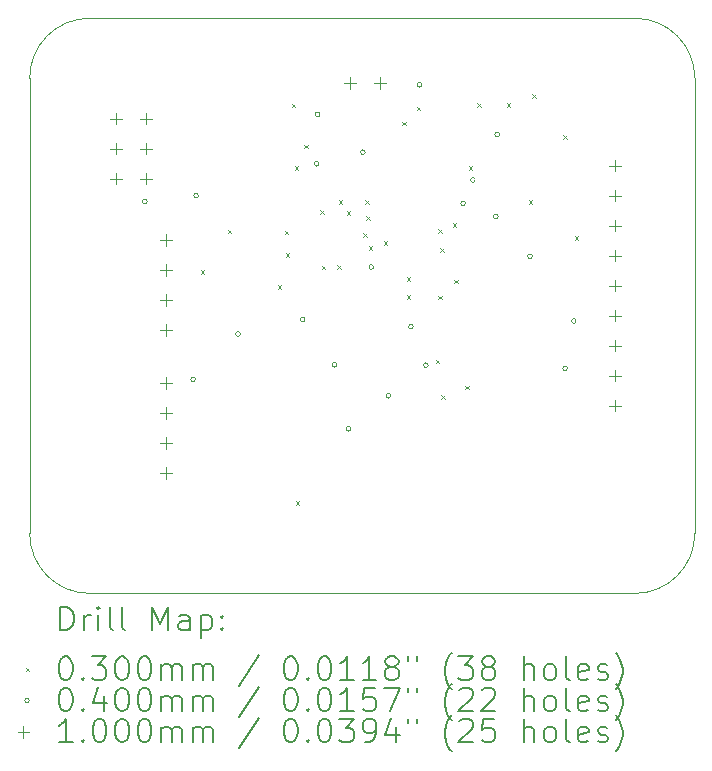
<source format=gbr>
%TF.GenerationSoftware,KiCad,Pcbnew,9.0.1*%
%TF.CreationDate,2025-11-16T15:10:09+03:00*%
%TF.ProjectId,MCU Datalogger wirh 512KB EEPROM,4d435520-4461-4746-916c-6f6767657220,1*%
%TF.SameCoordinates,Original*%
%TF.FileFunction,Drillmap*%
%TF.FilePolarity,Positive*%
%FSLAX45Y45*%
G04 Gerber Fmt 4.5, Leading zero omitted, Abs format (unit mm)*
G04 Created by KiCad (PCBNEW 9.0.1) date 2025-11-16 15:10:09*
%MOMM*%
%LPD*%
G01*
G04 APERTURE LIST*
%ADD10C,0.050000*%
%ADD11C,0.200000*%
%ADD12C,0.100000*%
G04 APERTURE END LIST*
D10*
X11281210Y-12340790D02*
G75*
G02*
X10773210Y-11832790I0J508000D01*
G01*
X11281210Y-12340790D02*
X15896790Y-12340790D01*
X10773210Y-7979210D02*
X10773210Y-11832790D01*
X15896790Y-7471210D02*
X11281210Y-7471210D01*
X16404790Y-11832790D02*
X16404790Y-7979210D01*
X10773210Y-7979210D02*
G75*
G02*
X11281210Y-7471210I508000J0D01*
G01*
X15896790Y-7471210D02*
G75*
G02*
X16404790Y-7979210I0J-508000D01*
G01*
X16404790Y-11832790D02*
G75*
G02*
X15896790Y-12340790I-508000J0D01*
G01*
D11*
D12*
X12223070Y-9606010D02*
X12253070Y-9636010D01*
X12253070Y-9606010D02*
X12223070Y-9636010D01*
X12451670Y-9259960D02*
X12481670Y-9289960D01*
X12481670Y-9259960D02*
X12451670Y-9289960D01*
X12871850Y-9731210D02*
X12901850Y-9761210D01*
X12901850Y-9731210D02*
X12871850Y-9761210D01*
X12934350Y-9269110D02*
X12964350Y-9299110D01*
X12964350Y-9269110D02*
X12934350Y-9299110D01*
X12939350Y-9458710D02*
X12969350Y-9488710D01*
X12969350Y-9458710D02*
X12939350Y-9488710D01*
X12990150Y-8193770D02*
X13020150Y-8223770D01*
X13020150Y-8193770D02*
X12990150Y-8223770D01*
X13018090Y-8724630D02*
X13048090Y-8754630D01*
X13048090Y-8724630D02*
X13018090Y-8754630D01*
X13024350Y-11558710D02*
X13054350Y-11588710D01*
X13054350Y-11558710D02*
X13024350Y-11588710D01*
X13096850Y-8541210D02*
X13126850Y-8571210D01*
X13126850Y-8541210D02*
X13096850Y-8571210D01*
X13233990Y-9095470D02*
X13263990Y-9125470D01*
X13263990Y-9095470D02*
X13233990Y-9125470D01*
X13246690Y-9565370D02*
X13276690Y-9595370D01*
X13276690Y-9565370D02*
X13246690Y-9595370D01*
X13379150Y-9561210D02*
X13409150Y-9591210D01*
X13409150Y-9561210D02*
X13379150Y-9591210D01*
X13391470Y-9011650D02*
X13421470Y-9041650D01*
X13421470Y-9011650D02*
X13391470Y-9041650D01*
X13459350Y-9103710D02*
X13489350Y-9133710D01*
X13489350Y-9103710D02*
X13459350Y-9133710D01*
X13596850Y-9291210D02*
X13626850Y-9321210D01*
X13626850Y-9291210D02*
X13596850Y-9321210D01*
X13612450Y-9014190D02*
X13642450Y-9044190D01*
X13642450Y-9014190D02*
X13612450Y-9044190D01*
X13621850Y-9146210D02*
X13651850Y-9176210D01*
X13651850Y-9146210D02*
X13621850Y-9176210D01*
X13644350Y-9401210D02*
X13674350Y-9431210D01*
X13674350Y-9401210D02*
X13644350Y-9431210D01*
X13771850Y-9361210D02*
X13801850Y-9391210D01*
X13801850Y-9361210D02*
X13771850Y-9391210D01*
X13929350Y-8346210D02*
X13959350Y-8376210D01*
X13959350Y-8346210D02*
X13929350Y-8376210D01*
X13964350Y-9666210D02*
X13994350Y-9696210D01*
X13994350Y-9666210D02*
X13964350Y-9696210D01*
X13966850Y-9816210D02*
X13996850Y-9846210D01*
X13996850Y-9816210D02*
X13966850Y-9846210D01*
X14051850Y-8221210D02*
X14081850Y-8251210D01*
X14081850Y-8221210D02*
X14051850Y-8251210D01*
X14211850Y-10361210D02*
X14241850Y-10391210D01*
X14241850Y-10361210D02*
X14211850Y-10391210D01*
X14231850Y-9258710D02*
X14261850Y-9288710D01*
X14261850Y-9258710D02*
X14231850Y-9288710D01*
X14231997Y-9821210D02*
X14261997Y-9851210D01*
X14261997Y-9821210D02*
X14231997Y-9851210D01*
X14249350Y-9416210D02*
X14279350Y-9446210D01*
X14279350Y-9416210D02*
X14249350Y-9446210D01*
X14256850Y-10665210D02*
X14286850Y-10695210D01*
X14286850Y-10665210D02*
X14256850Y-10695210D01*
X14354350Y-9206210D02*
X14384350Y-9236210D01*
X14384350Y-9206210D02*
X14354350Y-9236210D01*
X14369350Y-9686843D02*
X14399350Y-9716843D01*
X14399350Y-9686843D02*
X14369350Y-9716843D01*
X14459350Y-10583710D02*
X14489350Y-10613710D01*
X14489350Y-10583710D02*
X14459350Y-10613710D01*
X14491850Y-8723710D02*
X14521850Y-8753710D01*
X14521850Y-8723710D02*
X14491850Y-8753710D01*
X14564350Y-8188710D02*
X14594350Y-8218710D01*
X14594350Y-8188710D02*
X14564350Y-8218710D01*
X14811850Y-8191210D02*
X14841850Y-8221210D01*
X14841850Y-8191210D02*
X14811850Y-8221210D01*
X14999290Y-9014190D02*
X15029290Y-9044190D01*
X15029290Y-9014190D02*
X14999290Y-9044190D01*
X15029770Y-8112490D02*
X15059770Y-8142490D01*
X15059770Y-8112490D02*
X15029770Y-8142490D01*
X15291390Y-8460470D02*
X15321390Y-8490470D01*
X15321390Y-8460470D02*
X15291390Y-8490470D01*
X15386850Y-9318710D02*
X15416850Y-9348710D01*
X15416850Y-9318710D02*
X15386850Y-9348710D01*
X11767850Y-9021210D02*
G75*
G02*
X11727850Y-9021210I-20000J0D01*
G01*
X11727850Y-9021210D02*
G75*
G02*
X11767850Y-9021210I20000J0D01*
G01*
X12176790Y-10527790D02*
G75*
G02*
X12136790Y-10527790I-20000J0D01*
G01*
X12136790Y-10527790D02*
G75*
G02*
X12176790Y-10527790I20000J0D01*
G01*
X12202190Y-8973310D02*
G75*
G02*
X12162190Y-8973310I-20000J0D01*
G01*
X12162190Y-8973310D02*
G75*
G02*
X12202190Y-8973310I20000J0D01*
G01*
X12557790Y-10144250D02*
G75*
G02*
X12517790Y-10144250I-20000J0D01*
G01*
X12517790Y-10144250D02*
G75*
G02*
X12557790Y-10144250I20000J0D01*
G01*
X13103890Y-10022330D02*
G75*
G02*
X13063890Y-10022330I-20000J0D01*
G01*
X13063890Y-10022330D02*
G75*
G02*
X13103890Y-10022330I20000J0D01*
G01*
X13223270Y-8704070D02*
G75*
G02*
X13183270Y-8704070I-20000J0D01*
G01*
X13183270Y-8704070D02*
G75*
G02*
X13223270Y-8704070I20000J0D01*
G01*
X13230890Y-8284970D02*
G75*
G02*
X13190890Y-8284970I-20000J0D01*
G01*
X13190890Y-8284970D02*
G75*
G02*
X13230890Y-8284970I20000J0D01*
G01*
X13374350Y-10405870D02*
G75*
G02*
X13334350Y-10405870I-20000J0D01*
G01*
X13334350Y-10405870D02*
G75*
G02*
X13374350Y-10405870I20000J0D01*
G01*
X13492510Y-10946210D02*
G75*
G02*
X13452510Y-10946210I-20000J0D01*
G01*
X13452510Y-10946210D02*
G75*
G02*
X13492510Y-10946210I20000J0D01*
G01*
X13614430Y-8605010D02*
G75*
G02*
X13574430Y-8605010I-20000J0D01*
G01*
X13574430Y-8605010D02*
G75*
G02*
X13614430Y-8605010I20000J0D01*
G01*
X13685550Y-9577830D02*
G75*
G02*
X13645550Y-9577830I-20000J0D01*
G01*
X13645550Y-9577830D02*
G75*
G02*
X13685550Y-9577830I20000J0D01*
G01*
X13829350Y-10668710D02*
G75*
G02*
X13789350Y-10668710I-20000J0D01*
G01*
X13789350Y-10668710D02*
G75*
G02*
X13829350Y-10668710I20000J0D01*
G01*
X14020830Y-10083290D02*
G75*
G02*
X13980830Y-10083290I-20000J0D01*
G01*
X13980830Y-10083290D02*
G75*
G02*
X14020830Y-10083290I20000J0D01*
G01*
X14094490Y-8036050D02*
G75*
G02*
X14054490Y-8036050I-20000J0D01*
G01*
X14054490Y-8036050D02*
G75*
G02*
X14094490Y-8036050I20000J0D01*
G01*
X14147830Y-10408410D02*
G75*
G02*
X14107830Y-10408410I-20000J0D01*
G01*
X14107830Y-10408410D02*
G75*
G02*
X14147830Y-10408410I20000J0D01*
G01*
X14462790Y-9039350D02*
G75*
G02*
X14422790Y-9039350I-20000J0D01*
G01*
X14422790Y-9039350D02*
G75*
G02*
X14462790Y-9039350I20000J0D01*
G01*
X14545340Y-8839960D02*
G75*
G02*
X14505340Y-8839960I-20000J0D01*
G01*
X14505340Y-8839960D02*
G75*
G02*
X14545340Y-8839960I20000J0D01*
G01*
X14739650Y-9151210D02*
G75*
G02*
X14699650Y-9151210I-20000J0D01*
G01*
X14699650Y-9151210D02*
G75*
G02*
X14739650Y-9151210I20000J0D01*
G01*
X14752072Y-8455428D02*
G75*
G02*
X14712072Y-8455428I-20000J0D01*
G01*
X14712072Y-8455428D02*
G75*
G02*
X14752072Y-8455428I20000J0D01*
G01*
X15029210Y-9486390D02*
G75*
G02*
X14989210Y-9486390I-20000J0D01*
G01*
X14989210Y-9486390D02*
G75*
G02*
X15029210Y-9486390I20000J0D01*
G01*
X15326390Y-10436350D02*
G75*
G02*
X15286390Y-10436350I-20000J0D01*
G01*
X15286390Y-10436350D02*
G75*
G02*
X15326390Y-10436350I20000J0D01*
G01*
X15400050Y-10035030D02*
G75*
G02*
X15360050Y-10035030I-20000J0D01*
G01*
X15360050Y-10035030D02*
G75*
G02*
X15400050Y-10035030I20000J0D01*
G01*
X11505350Y-8270710D02*
X11505350Y-8370710D01*
X11455350Y-8320710D02*
X11555350Y-8320710D01*
X11505350Y-8524710D02*
X11505350Y-8624710D01*
X11455350Y-8574710D02*
X11555350Y-8574710D01*
X11505350Y-8778710D02*
X11505350Y-8878710D01*
X11455350Y-8828710D02*
X11555350Y-8828710D01*
X11759350Y-8270710D02*
X11759350Y-8370710D01*
X11709350Y-8320710D02*
X11809350Y-8320710D01*
X11759350Y-8524710D02*
X11759350Y-8624710D01*
X11709350Y-8574710D02*
X11809350Y-8574710D01*
X11759350Y-8778710D02*
X11759350Y-8878710D01*
X11709350Y-8828710D02*
X11809350Y-8828710D01*
X11929350Y-9299210D02*
X11929350Y-9399210D01*
X11879350Y-9349210D02*
X11979350Y-9349210D01*
X11929350Y-9553210D02*
X11929350Y-9653210D01*
X11879350Y-9603210D02*
X11979350Y-9603210D01*
X11929350Y-9807210D02*
X11929350Y-9907210D01*
X11879350Y-9857210D02*
X11979350Y-9857210D01*
X11929350Y-10061210D02*
X11929350Y-10161210D01*
X11879350Y-10111210D02*
X11979350Y-10111210D01*
X11929350Y-10512710D02*
X11929350Y-10612710D01*
X11879350Y-10562710D02*
X11979350Y-10562710D01*
X11929350Y-10766710D02*
X11929350Y-10866710D01*
X11879350Y-10816710D02*
X11979350Y-10816710D01*
X11929350Y-11020710D02*
X11929350Y-11120710D01*
X11879350Y-11070710D02*
X11979350Y-11070710D01*
X11929350Y-11274710D02*
X11929350Y-11374710D01*
X11879350Y-11324710D02*
X11979350Y-11324710D01*
X13482850Y-7966210D02*
X13482850Y-8066210D01*
X13432850Y-8016210D02*
X13532850Y-8016210D01*
X13736850Y-7966210D02*
X13736850Y-8066210D01*
X13686850Y-8016210D02*
X13786850Y-8016210D01*
X15726850Y-8668210D02*
X15726850Y-8768210D01*
X15676850Y-8718210D02*
X15776850Y-8718210D01*
X15726850Y-8922210D02*
X15726850Y-9022210D01*
X15676850Y-8972210D02*
X15776850Y-8972210D01*
X15726850Y-9176210D02*
X15726850Y-9276210D01*
X15676850Y-9226210D02*
X15776850Y-9226210D01*
X15726850Y-9430210D02*
X15726850Y-9530210D01*
X15676850Y-9480210D02*
X15776850Y-9480210D01*
X15726850Y-9684210D02*
X15726850Y-9784210D01*
X15676850Y-9734210D02*
X15776850Y-9734210D01*
X15726850Y-9938210D02*
X15726850Y-10038210D01*
X15676850Y-9988210D02*
X15776850Y-9988210D01*
X15726850Y-10192210D02*
X15726850Y-10292210D01*
X15676850Y-10242210D02*
X15776850Y-10242210D01*
X15726850Y-10446210D02*
X15726850Y-10546210D01*
X15676850Y-10496210D02*
X15776850Y-10496210D01*
X15726850Y-10700210D02*
X15726850Y-10800210D01*
X15676850Y-10750210D02*
X15776850Y-10750210D01*
D11*
X11031487Y-12654774D02*
X11031487Y-12454774D01*
X11031487Y-12454774D02*
X11079106Y-12454774D01*
X11079106Y-12454774D02*
X11107678Y-12464297D01*
X11107678Y-12464297D02*
X11126725Y-12483345D01*
X11126725Y-12483345D02*
X11136249Y-12502393D01*
X11136249Y-12502393D02*
X11145773Y-12540488D01*
X11145773Y-12540488D02*
X11145773Y-12569059D01*
X11145773Y-12569059D02*
X11136249Y-12607154D01*
X11136249Y-12607154D02*
X11126725Y-12626202D01*
X11126725Y-12626202D02*
X11107678Y-12645250D01*
X11107678Y-12645250D02*
X11079106Y-12654774D01*
X11079106Y-12654774D02*
X11031487Y-12654774D01*
X11231487Y-12654774D02*
X11231487Y-12521440D01*
X11231487Y-12559535D02*
X11241011Y-12540488D01*
X11241011Y-12540488D02*
X11250535Y-12530964D01*
X11250535Y-12530964D02*
X11269582Y-12521440D01*
X11269582Y-12521440D02*
X11288630Y-12521440D01*
X11355296Y-12654774D02*
X11355296Y-12521440D01*
X11355296Y-12454774D02*
X11345773Y-12464297D01*
X11345773Y-12464297D02*
X11355296Y-12473821D01*
X11355296Y-12473821D02*
X11364820Y-12464297D01*
X11364820Y-12464297D02*
X11355296Y-12454774D01*
X11355296Y-12454774D02*
X11355296Y-12473821D01*
X11479106Y-12654774D02*
X11460058Y-12645250D01*
X11460058Y-12645250D02*
X11450535Y-12626202D01*
X11450535Y-12626202D02*
X11450535Y-12454774D01*
X11583868Y-12654774D02*
X11564820Y-12645250D01*
X11564820Y-12645250D02*
X11555296Y-12626202D01*
X11555296Y-12626202D02*
X11555296Y-12454774D01*
X11812439Y-12654774D02*
X11812439Y-12454774D01*
X11812439Y-12454774D02*
X11879106Y-12597631D01*
X11879106Y-12597631D02*
X11945773Y-12454774D01*
X11945773Y-12454774D02*
X11945773Y-12654774D01*
X12126725Y-12654774D02*
X12126725Y-12550012D01*
X12126725Y-12550012D02*
X12117201Y-12530964D01*
X12117201Y-12530964D02*
X12098154Y-12521440D01*
X12098154Y-12521440D02*
X12060058Y-12521440D01*
X12060058Y-12521440D02*
X12041011Y-12530964D01*
X12126725Y-12645250D02*
X12107677Y-12654774D01*
X12107677Y-12654774D02*
X12060058Y-12654774D01*
X12060058Y-12654774D02*
X12041011Y-12645250D01*
X12041011Y-12645250D02*
X12031487Y-12626202D01*
X12031487Y-12626202D02*
X12031487Y-12607154D01*
X12031487Y-12607154D02*
X12041011Y-12588107D01*
X12041011Y-12588107D02*
X12060058Y-12578583D01*
X12060058Y-12578583D02*
X12107677Y-12578583D01*
X12107677Y-12578583D02*
X12126725Y-12569059D01*
X12221963Y-12521440D02*
X12221963Y-12721440D01*
X12221963Y-12530964D02*
X12241011Y-12521440D01*
X12241011Y-12521440D02*
X12279106Y-12521440D01*
X12279106Y-12521440D02*
X12298154Y-12530964D01*
X12298154Y-12530964D02*
X12307677Y-12540488D01*
X12307677Y-12540488D02*
X12317201Y-12559535D01*
X12317201Y-12559535D02*
X12317201Y-12616678D01*
X12317201Y-12616678D02*
X12307677Y-12635726D01*
X12307677Y-12635726D02*
X12298154Y-12645250D01*
X12298154Y-12645250D02*
X12279106Y-12654774D01*
X12279106Y-12654774D02*
X12241011Y-12654774D01*
X12241011Y-12654774D02*
X12221963Y-12645250D01*
X12402916Y-12635726D02*
X12412439Y-12645250D01*
X12412439Y-12645250D02*
X12402916Y-12654774D01*
X12402916Y-12654774D02*
X12393392Y-12645250D01*
X12393392Y-12645250D02*
X12402916Y-12635726D01*
X12402916Y-12635726D02*
X12402916Y-12654774D01*
X12402916Y-12530964D02*
X12412439Y-12540488D01*
X12412439Y-12540488D02*
X12402916Y-12550012D01*
X12402916Y-12550012D02*
X12393392Y-12540488D01*
X12393392Y-12540488D02*
X12402916Y-12530964D01*
X12402916Y-12530964D02*
X12402916Y-12550012D01*
D12*
X10740710Y-12968290D02*
X10770710Y-12998290D01*
X10770710Y-12968290D02*
X10740710Y-12998290D01*
D11*
X11069582Y-12874774D02*
X11088630Y-12874774D01*
X11088630Y-12874774D02*
X11107678Y-12884297D01*
X11107678Y-12884297D02*
X11117201Y-12893821D01*
X11117201Y-12893821D02*
X11126725Y-12912869D01*
X11126725Y-12912869D02*
X11136249Y-12950964D01*
X11136249Y-12950964D02*
X11136249Y-12998583D01*
X11136249Y-12998583D02*
X11126725Y-13036678D01*
X11126725Y-13036678D02*
X11117201Y-13055726D01*
X11117201Y-13055726D02*
X11107678Y-13065250D01*
X11107678Y-13065250D02*
X11088630Y-13074774D01*
X11088630Y-13074774D02*
X11069582Y-13074774D01*
X11069582Y-13074774D02*
X11050535Y-13065250D01*
X11050535Y-13065250D02*
X11041011Y-13055726D01*
X11041011Y-13055726D02*
X11031487Y-13036678D01*
X11031487Y-13036678D02*
X11021963Y-12998583D01*
X11021963Y-12998583D02*
X11021963Y-12950964D01*
X11021963Y-12950964D02*
X11031487Y-12912869D01*
X11031487Y-12912869D02*
X11041011Y-12893821D01*
X11041011Y-12893821D02*
X11050535Y-12884297D01*
X11050535Y-12884297D02*
X11069582Y-12874774D01*
X11221963Y-13055726D02*
X11231487Y-13065250D01*
X11231487Y-13065250D02*
X11221963Y-13074774D01*
X11221963Y-13074774D02*
X11212439Y-13065250D01*
X11212439Y-13065250D02*
X11221963Y-13055726D01*
X11221963Y-13055726D02*
X11221963Y-13074774D01*
X11298154Y-12874774D02*
X11421963Y-12874774D01*
X11421963Y-12874774D02*
X11355296Y-12950964D01*
X11355296Y-12950964D02*
X11383868Y-12950964D01*
X11383868Y-12950964D02*
X11402916Y-12960488D01*
X11402916Y-12960488D02*
X11412439Y-12970012D01*
X11412439Y-12970012D02*
X11421963Y-12989059D01*
X11421963Y-12989059D02*
X11421963Y-13036678D01*
X11421963Y-13036678D02*
X11412439Y-13055726D01*
X11412439Y-13055726D02*
X11402916Y-13065250D01*
X11402916Y-13065250D02*
X11383868Y-13074774D01*
X11383868Y-13074774D02*
X11326725Y-13074774D01*
X11326725Y-13074774D02*
X11307677Y-13065250D01*
X11307677Y-13065250D02*
X11298154Y-13055726D01*
X11545773Y-12874774D02*
X11564820Y-12874774D01*
X11564820Y-12874774D02*
X11583868Y-12884297D01*
X11583868Y-12884297D02*
X11593392Y-12893821D01*
X11593392Y-12893821D02*
X11602916Y-12912869D01*
X11602916Y-12912869D02*
X11612439Y-12950964D01*
X11612439Y-12950964D02*
X11612439Y-12998583D01*
X11612439Y-12998583D02*
X11602916Y-13036678D01*
X11602916Y-13036678D02*
X11593392Y-13055726D01*
X11593392Y-13055726D02*
X11583868Y-13065250D01*
X11583868Y-13065250D02*
X11564820Y-13074774D01*
X11564820Y-13074774D02*
X11545773Y-13074774D01*
X11545773Y-13074774D02*
X11526725Y-13065250D01*
X11526725Y-13065250D02*
X11517201Y-13055726D01*
X11517201Y-13055726D02*
X11507677Y-13036678D01*
X11507677Y-13036678D02*
X11498154Y-12998583D01*
X11498154Y-12998583D02*
X11498154Y-12950964D01*
X11498154Y-12950964D02*
X11507677Y-12912869D01*
X11507677Y-12912869D02*
X11517201Y-12893821D01*
X11517201Y-12893821D02*
X11526725Y-12884297D01*
X11526725Y-12884297D02*
X11545773Y-12874774D01*
X11736249Y-12874774D02*
X11755297Y-12874774D01*
X11755297Y-12874774D02*
X11774344Y-12884297D01*
X11774344Y-12884297D02*
X11783868Y-12893821D01*
X11783868Y-12893821D02*
X11793392Y-12912869D01*
X11793392Y-12912869D02*
X11802916Y-12950964D01*
X11802916Y-12950964D02*
X11802916Y-12998583D01*
X11802916Y-12998583D02*
X11793392Y-13036678D01*
X11793392Y-13036678D02*
X11783868Y-13055726D01*
X11783868Y-13055726D02*
X11774344Y-13065250D01*
X11774344Y-13065250D02*
X11755297Y-13074774D01*
X11755297Y-13074774D02*
X11736249Y-13074774D01*
X11736249Y-13074774D02*
X11717201Y-13065250D01*
X11717201Y-13065250D02*
X11707677Y-13055726D01*
X11707677Y-13055726D02*
X11698154Y-13036678D01*
X11698154Y-13036678D02*
X11688630Y-12998583D01*
X11688630Y-12998583D02*
X11688630Y-12950964D01*
X11688630Y-12950964D02*
X11698154Y-12912869D01*
X11698154Y-12912869D02*
X11707677Y-12893821D01*
X11707677Y-12893821D02*
X11717201Y-12884297D01*
X11717201Y-12884297D02*
X11736249Y-12874774D01*
X11888630Y-13074774D02*
X11888630Y-12941440D01*
X11888630Y-12960488D02*
X11898154Y-12950964D01*
X11898154Y-12950964D02*
X11917201Y-12941440D01*
X11917201Y-12941440D02*
X11945773Y-12941440D01*
X11945773Y-12941440D02*
X11964820Y-12950964D01*
X11964820Y-12950964D02*
X11974344Y-12970012D01*
X11974344Y-12970012D02*
X11974344Y-13074774D01*
X11974344Y-12970012D02*
X11983868Y-12950964D01*
X11983868Y-12950964D02*
X12002916Y-12941440D01*
X12002916Y-12941440D02*
X12031487Y-12941440D01*
X12031487Y-12941440D02*
X12050535Y-12950964D01*
X12050535Y-12950964D02*
X12060058Y-12970012D01*
X12060058Y-12970012D02*
X12060058Y-13074774D01*
X12155297Y-13074774D02*
X12155297Y-12941440D01*
X12155297Y-12960488D02*
X12164820Y-12950964D01*
X12164820Y-12950964D02*
X12183868Y-12941440D01*
X12183868Y-12941440D02*
X12212439Y-12941440D01*
X12212439Y-12941440D02*
X12231487Y-12950964D01*
X12231487Y-12950964D02*
X12241011Y-12970012D01*
X12241011Y-12970012D02*
X12241011Y-13074774D01*
X12241011Y-12970012D02*
X12250535Y-12950964D01*
X12250535Y-12950964D02*
X12269582Y-12941440D01*
X12269582Y-12941440D02*
X12298154Y-12941440D01*
X12298154Y-12941440D02*
X12317201Y-12950964D01*
X12317201Y-12950964D02*
X12326725Y-12970012D01*
X12326725Y-12970012D02*
X12326725Y-13074774D01*
X12717201Y-12865250D02*
X12545773Y-13122393D01*
X12974344Y-12874774D02*
X12993392Y-12874774D01*
X12993392Y-12874774D02*
X13012440Y-12884297D01*
X13012440Y-12884297D02*
X13021963Y-12893821D01*
X13021963Y-12893821D02*
X13031487Y-12912869D01*
X13031487Y-12912869D02*
X13041011Y-12950964D01*
X13041011Y-12950964D02*
X13041011Y-12998583D01*
X13041011Y-12998583D02*
X13031487Y-13036678D01*
X13031487Y-13036678D02*
X13021963Y-13055726D01*
X13021963Y-13055726D02*
X13012440Y-13065250D01*
X13012440Y-13065250D02*
X12993392Y-13074774D01*
X12993392Y-13074774D02*
X12974344Y-13074774D01*
X12974344Y-13074774D02*
X12955297Y-13065250D01*
X12955297Y-13065250D02*
X12945773Y-13055726D01*
X12945773Y-13055726D02*
X12936249Y-13036678D01*
X12936249Y-13036678D02*
X12926725Y-12998583D01*
X12926725Y-12998583D02*
X12926725Y-12950964D01*
X12926725Y-12950964D02*
X12936249Y-12912869D01*
X12936249Y-12912869D02*
X12945773Y-12893821D01*
X12945773Y-12893821D02*
X12955297Y-12884297D01*
X12955297Y-12884297D02*
X12974344Y-12874774D01*
X13126725Y-13055726D02*
X13136249Y-13065250D01*
X13136249Y-13065250D02*
X13126725Y-13074774D01*
X13126725Y-13074774D02*
X13117201Y-13065250D01*
X13117201Y-13065250D02*
X13126725Y-13055726D01*
X13126725Y-13055726D02*
X13126725Y-13074774D01*
X13260059Y-12874774D02*
X13279106Y-12874774D01*
X13279106Y-12874774D02*
X13298154Y-12884297D01*
X13298154Y-12884297D02*
X13307678Y-12893821D01*
X13307678Y-12893821D02*
X13317201Y-12912869D01*
X13317201Y-12912869D02*
X13326725Y-12950964D01*
X13326725Y-12950964D02*
X13326725Y-12998583D01*
X13326725Y-12998583D02*
X13317201Y-13036678D01*
X13317201Y-13036678D02*
X13307678Y-13055726D01*
X13307678Y-13055726D02*
X13298154Y-13065250D01*
X13298154Y-13065250D02*
X13279106Y-13074774D01*
X13279106Y-13074774D02*
X13260059Y-13074774D01*
X13260059Y-13074774D02*
X13241011Y-13065250D01*
X13241011Y-13065250D02*
X13231487Y-13055726D01*
X13231487Y-13055726D02*
X13221963Y-13036678D01*
X13221963Y-13036678D02*
X13212440Y-12998583D01*
X13212440Y-12998583D02*
X13212440Y-12950964D01*
X13212440Y-12950964D02*
X13221963Y-12912869D01*
X13221963Y-12912869D02*
X13231487Y-12893821D01*
X13231487Y-12893821D02*
X13241011Y-12884297D01*
X13241011Y-12884297D02*
X13260059Y-12874774D01*
X13517201Y-13074774D02*
X13402916Y-13074774D01*
X13460059Y-13074774D02*
X13460059Y-12874774D01*
X13460059Y-12874774D02*
X13441011Y-12903345D01*
X13441011Y-12903345D02*
X13421963Y-12922393D01*
X13421963Y-12922393D02*
X13402916Y-12931916D01*
X13707678Y-13074774D02*
X13593392Y-13074774D01*
X13650535Y-13074774D02*
X13650535Y-12874774D01*
X13650535Y-12874774D02*
X13631487Y-12903345D01*
X13631487Y-12903345D02*
X13612440Y-12922393D01*
X13612440Y-12922393D02*
X13593392Y-12931916D01*
X13821963Y-12960488D02*
X13802916Y-12950964D01*
X13802916Y-12950964D02*
X13793392Y-12941440D01*
X13793392Y-12941440D02*
X13783868Y-12922393D01*
X13783868Y-12922393D02*
X13783868Y-12912869D01*
X13783868Y-12912869D02*
X13793392Y-12893821D01*
X13793392Y-12893821D02*
X13802916Y-12884297D01*
X13802916Y-12884297D02*
X13821963Y-12874774D01*
X13821963Y-12874774D02*
X13860059Y-12874774D01*
X13860059Y-12874774D02*
X13879106Y-12884297D01*
X13879106Y-12884297D02*
X13888630Y-12893821D01*
X13888630Y-12893821D02*
X13898154Y-12912869D01*
X13898154Y-12912869D02*
X13898154Y-12922393D01*
X13898154Y-12922393D02*
X13888630Y-12941440D01*
X13888630Y-12941440D02*
X13879106Y-12950964D01*
X13879106Y-12950964D02*
X13860059Y-12960488D01*
X13860059Y-12960488D02*
X13821963Y-12960488D01*
X13821963Y-12960488D02*
X13802916Y-12970012D01*
X13802916Y-12970012D02*
X13793392Y-12979535D01*
X13793392Y-12979535D02*
X13783868Y-12998583D01*
X13783868Y-12998583D02*
X13783868Y-13036678D01*
X13783868Y-13036678D02*
X13793392Y-13055726D01*
X13793392Y-13055726D02*
X13802916Y-13065250D01*
X13802916Y-13065250D02*
X13821963Y-13074774D01*
X13821963Y-13074774D02*
X13860059Y-13074774D01*
X13860059Y-13074774D02*
X13879106Y-13065250D01*
X13879106Y-13065250D02*
X13888630Y-13055726D01*
X13888630Y-13055726D02*
X13898154Y-13036678D01*
X13898154Y-13036678D02*
X13898154Y-12998583D01*
X13898154Y-12998583D02*
X13888630Y-12979535D01*
X13888630Y-12979535D02*
X13879106Y-12970012D01*
X13879106Y-12970012D02*
X13860059Y-12960488D01*
X13974344Y-12874774D02*
X13974344Y-12912869D01*
X14050535Y-12874774D02*
X14050535Y-12912869D01*
X14345773Y-13150964D02*
X14336249Y-13141440D01*
X14336249Y-13141440D02*
X14317202Y-13112869D01*
X14317202Y-13112869D02*
X14307678Y-13093821D01*
X14307678Y-13093821D02*
X14298154Y-13065250D01*
X14298154Y-13065250D02*
X14288630Y-13017631D01*
X14288630Y-13017631D02*
X14288630Y-12979535D01*
X14288630Y-12979535D02*
X14298154Y-12931916D01*
X14298154Y-12931916D02*
X14307678Y-12903345D01*
X14307678Y-12903345D02*
X14317202Y-12884297D01*
X14317202Y-12884297D02*
X14336249Y-12855726D01*
X14336249Y-12855726D02*
X14345773Y-12846202D01*
X14402916Y-12874774D02*
X14526725Y-12874774D01*
X14526725Y-12874774D02*
X14460059Y-12950964D01*
X14460059Y-12950964D02*
X14488630Y-12950964D01*
X14488630Y-12950964D02*
X14507678Y-12960488D01*
X14507678Y-12960488D02*
X14517202Y-12970012D01*
X14517202Y-12970012D02*
X14526725Y-12989059D01*
X14526725Y-12989059D02*
X14526725Y-13036678D01*
X14526725Y-13036678D02*
X14517202Y-13055726D01*
X14517202Y-13055726D02*
X14507678Y-13065250D01*
X14507678Y-13065250D02*
X14488630Y-13074774D01*
X14488630Y-13074774D02*
X14431487Y-13074774D01*
X14431487Y-13074774D02*
X14412440Y-13065250D01*
X14412440Y-13065250D02*
X14402916Y-13055726D01*
X14641011Y-12960488D02*
X14621963Y-12950964D01*
X14621963Y-12950964D02*
X14612440Y-12941440D01*
X14612440Y-12941440D02*
X14602916Y-12922393D01*
X14602916Y-12922393D02*
X14602916Y-12912869D01*
X14602916Y-12912869D02*
X14612440Y-12893821D01*
X14612440Y-12893821D02*
X14621963Y-12884297D01*
X14621963Y-12884297D02*
X14641011Y-12874774D01*
X14641011Y-12874774D02*
X14679106Y-12874774D01*
X14679106Y-12874774D02*
X14698154Y-12884297D01*
X14698154Y-12884297D02*
X14707678Y-12893821D01*
X14707678Y-12893821D02*
X14717202Y-12912869D01*
X14717202Y-12912869D02*
X14717202Y-12922393D01*
X14717202Y-12922393D02*
X14707678Y-12941440D01*
X14707678Y-12941440D02*
X14698154Y-12950964D01*
X14698154Y-12950964D02*
X14679106Y-12960488D01*
X14679106Y-12960488D02*
X14641011Y-12960488D01*
X14641011Y-12960488D02*
X14621963Y-12970012D01*
X14621963Y-12970012D02*
X14612440Y-12979535D01*
X14612440Y-12979535D02*
X14602916Y-12998583D01*
X14602916Y-12998583D02*
X14602916Y-13036678D01*
X14602916Y-13036678D02*
X14612440Y-13055726D01*
X14612440Y-13055726D02*
X14621963Y-13065250D01*
X14621963Y-13065250D02*
X14641011Y-13074774D01*
X14641011Y-13074774D02*
X14679106Y-13074774D01*
X14679106Y-13074774D02*
X14698154Y-13065250D01*
X14698154Y-13065250D02*
X14707678Y-13055726D01*
X14707678Y-13055726D02*
X14717202Y-13036678D01*
X14717202Y-13036678D02*
X14717202Y-12998583D01*
X14717202Y-12998583D02*
X14707678Y-12979535D01*
X14707678Y-12979535D02*
X14698154Y-12970012D01*
X14698154Y-12970012D02*
X14679106Y-12960488D01*
X14955297Y-13074774D02*
X14955297Y-12874774D01*
X15041011Y-13074774D02*
X15041011Y-12970012D01*
X15041011Y-12970012D02*
X15031487Y-12950964D01*
X15031487Y-12950964D02*
X15012440Y-12941440D01*
X15012440Y-12941440D02*
X14983868Y-12941440D01*
X14983868Y-12941440D02*
X14964821Y-12950964D01*
X14964821Y-12950964D02*
X14955297Y-12960488D01*
X15164821Y-13074774D02*
X15145773Y-13065250D01*
X15145773Y-13065250D02*
X15136249Y-13055726D01*
X15136249Y-13055726D02*
X15126725Y-13036678D01*
X15126725Y-13036678D02*
X15126725Y-12979535D01*
X15126725Y-12979535D02*
X15136249Y-12960488D01*
X15136249Y-12960488D02*
X15145773Y-12950964D01*
X15145773Y-12950964D02*
X15164821Y-12941440D01*
X15164821Y-12941440D02*
X15193392Y-12941440D01*
X15193392Y-12941440D02*
X15212440Y-12950964D01*
X15212440Y-12950964D02*
X15221964Y-12960488D01*
X15221964Y-12960488D02*
X15231487Y-12979535D01*
X15231487Y-12979535D02*
X15231487Y-13036678D01*
X15231487Y-13036678D02*
X15221964Y-13055726D01*
X15221964Y-13055726D02*
X15212440Y-13065250D01*
X15212440Y-13065250D02*
X15193392Y-13074774D01*
X15193392Y-13074774D02*
X15164821Y-13074774D01*
X15345773Y-13074774D02*
X15326725Y-13065250D01*
X15326725Y-13065250D02*
X15317202Y-13046202D01*
X15317202Y-13046202D02*
X15317202Y-12874774D01*
X15498154Y-13065250D02*
X15479106Y-13074774D01*
X15479106Y-13074774D02*
X15441011Y-13074774D01*
X15441011Y-13074774D02*
X15421964Y-13065250D01*
X15421964Y-13065250D02*
X15412440Y-13046202D01*
X15412440Y-13046202D02*
X15412440Y-12970012D01*
X15412440Y-12970012D02*
X15421964Y-12950964D01*
X15421964Y-12950964D02*
X15441011Y-12941440D01*
X15441011Y-12941440D02*
X15479106Y-12941440D01*
X15479106Y-12941440D02*
X15498154Y-12950964D01*
X15498154Y-12950964D02*
X15507678Y-12970012D01*
X15507678Y-12970012D02*
X15507678Y-12989059D01*
X15507678Y-12989059D02*
X15412440Y-13008107D01*
X15583868Y-13065250D02*
X15602916Y-13074774D01*
X15602916Y-13074774D02*
X15641011Y-13074774D01*
X15641011Y-13074774D02*
X15660059Y-13065250D01*
X15660059Y-13065250D02*
X15669583Y-13046202D01*
X15669583Y-13046202D02*
X15669583Y-13036678D01*
X15669583Y-13036678D02*
X15660059Y-13017631D01*
X15660059Y-13017631D02*
X15641011Y-13008107D01*
X15641011Y-13008107D02*
X15612440Y-13008107D01*
X15612440Y-13008107D02*
X15593392Y-12998583D01*
X15593392Y-12998583D02*
X15583868Y-12979535D01*
X15583868Y-12979535D02*
X15583868Y-12970012D01*
X15583868Y-12970012D02*
X15593392Y-12950964D01*
X15593392Y-12950964D02*
X15612440Y-12941440D01*
X15612440Y-12941440D02*
X15641011Y-12941440D01*
X15641011Y-12941440D02*
X15660059Y-12950964D01*
X15736249Y-13150964D02*
X15745773Y-13141440D01*
X15745773Y-13141440D02*
X15764821Y-13112869D01*
X15764821Y-13112869D02*
X15774345Y-13093821D01*
X15774345Y-13093821D02*
X15783868Y-13065250D01*
X15783868Y-13065250D02*
X15793392Y-13017631D01*
X15793392Y-13017631D02*
X15793392Y-12979535D01*
X15793392Y-12979535D02*
X15783868Y-12931916D01*
X15783868Y-12931916D02*
X15774345Y-12903345D01*
X15774345Y-12903345D02*
X15764821Y-12884297D01*
X15764821Y-12884297D02*
X15745773Y-12855726D01*
X15745773Y-12855726D02*
X15736249Y-12846202D01*
D12*
X10770710Y-13247290D02*
G75*
G02*
X10730710Y-13247290I-20000J0D01*
G01*
X10730710Y-13247290D02*
G75*
G02*
X10770710Y-13247290I20000J0D01*
G01*
D11*
X11069582Y-13138774D02*
X11088630Y-13138774D01*
X11088630Y-13138774D02*
X11107678Y-13148297D01*
X11107678Y-13148297D02*
X11117201Y-13157821D01*
X11117201Y-13157821D02*
X11126725Y-13176869D01*
X11126725Y-13176869D02*
X11136249Y-13214964D01*
X11136249Y-13214964D02*
X11136249Y-13262583D01*
X11136249Y-13262583D02*
X11126725Y-13300678D01*
X11126725Y-13300678D02*
X11117201Y-13319726D01*
X11117201Y-13319726D02*
X11107678Y-13329250D01*
X11107678Y-13329250D02*
X11088630Y-13338774D01*
X11088630Y-13338774D02*
X11069582Y-13338774D01*
X11069582Y-13338774D02*
X11050535Y-13329250D01*
X11050535Y-13329250D02*
X11041011Y-13319726D01*
X11041011Y-13319726D02*
X11031487Y-13300678D01*
X11031487Y-13300678D02*
X11021963Y-13262583D01*
X11021963Y-13262583D02*
X11021963Y-13214964D01*
X11021963Y-13214964D02*
X11031487Y-13176869D01*
X11031487Y-13176869D02*
X11041011Y-13157821D01*
X11041011Y-13157821D02*
X11050535Y-13148297D01*
X11050535Y-13148297D02*
X11069582Y-13138774D01*
X11221963Y-13319726D02*
X11231487Y-13329250D01*
X11231487Y-13329250D02*
X11221963Y-13338774D01*
X11221963Y-13338774D02*
X11212439Y-13329250D01*
X11212439Y-13329250D02*
X11221963Y-13319726D01*
X11221963Y-13319726D02*
X11221963Y-13338774D01*
X11402916Y-13205440D02*
X11402916Y-13338774D01*
X11355296Y-13129250D02*
X11307677Y-13272107D01*
X11307677Y-13272107D02*
X11431487Y-13272107D01*
X11545773Y-13138774D02*
X11564820Y-13138774D01*
X11564820Y-13138774D02*
X11583868Y-13148297D01*
X11583868Y-13148297D02*
X11593392Y-13157821D01*
X11593392Y-13157821D02*
X11602916Y-13176869D01*
X11602916Y-13176869D02*
X11612439Y-13214964D01*
X11612439Y-13214964D02*
X11612439Y-13262583D01*
X11612439Y-13262583D02*
X11602916Y-13300678D01*
X11602916Y-13300678D02*
X11593392Y-13319726D01*
X11593392Y-13319726D02*
X11583868Y-13329250D01*
X11583868Y-13329250D02*
X11564820Y-13338774D01*
X11564820Y-13338774D02*
X11545773Y-13338774D01*
X11545773Y-13338774D02*
X11526725Y-13329250D01*
X11526725Y-13329250D02*
X11517201Y-13319726D01*
X11517201Y-13319726D02*
X11507677Y-13300678D01*
X11507677Y-13300678D02*
X11498154Y-13262583D01*
X11498154Y-13262583D02*
X11498154Y-13214964D01*
X11498154Y-13214964D02*
X11507677Y-13176869D01*
X11507677Y-13176869D02*
X11517201Y-13157821D01*
X11517201Y-13157821D02*
X11526725Y-13148297D01*
X11526725Y-13148297D02*
X11545773Y-13138774D01*
X11736249Y-13138774D02*
X11755297Y-13138774D01*
X11755297Y-13138774D02*
X11774344Y-13148297D01*
X11774344Y-13148297D02*
X11783868Y-13157821D01*
X11783868Y-13157821D02*
X11793392Y-13176869D01*
X11793392Y-13176869D02*
X11802916Y-13214964D01*
X11802916Y-13214964D02*
X11802916Y-13262583D01*
X11802916Y-13262583D02*
X11793392Y-13300678D01*
X11793392Y-13300678D02*
X11783868Y-13319726D01*
X11783868Y-13319726D02*
X11774344Y-13329250D01*
X11774344Y-13329250D02*
X11755297Y-13338774D01*
X11755297Y-13338774D02*
X11736249Y-13338774D01*
X11736249Y-13338774D02*
X11717201Y-13329250D01*
X11717201Y-13329250D02*
X11707677Y-13319726D01*
X11707677Y-13319726D02*
X11698154Y-13300678D01*
X11698154Y-13300678D02*
X11688630Y-13262583D01*
X11688630Y-13262583D02*
X11688630Y-13214964D01*
X11688630Y-13214964D02*
X11698154Y-13176869D01*
X11698154Y-13176869D02*
X11707677Y-13157821D01*
X11707677Y-13157821D02*
X11717201Y-13148297D01*
X11717201Y-13148297D02*
X11736249Y-13138774D01*
X11888630Y-13338774D02*
X11888630Y-13205440D01*
X11888630Y-13224488D02*
X11898154Y-13214964D01*
X11898154Y-13214964D02*
X11917201Y-13205440D01*
X11917201Y-13205440D02*
X11945773Y-13205440D01*
X11945773Y-13205440D02*
X11964820Y-13214964D01*
X11964820Y-13214964D02*
X11974344Y-13234012D01*
X11974344Y-13234012D02*
X11974344Y-13338774D01*
X11974344Y-13234012D02*
X11983868Y-13214964D01*
X11983868Y-13214964D02*
X12002916Y-13205440D01*
X12002916Y-13205440D02*
X12031487Y-13205440D01*
X12031487Y-13205440D02*
X12050535Y-13214964D01*
X12050535Y-13214964D02*
X12060058Y-13234012D01*
X12060058Y-13234012D02*
X12060058Y-13338774D01*
X12155297Y-13338774D02*
X12155297Y-13205440D01*
X12155297Y-13224488D02*
X12164820Y-13214964D01*
X12164820Y-13214964D02*
X12183868Y-13205440D01*
X12183868Y-13205440D02*
X12212439Y-13205440D01*
X12212439Y-13205440D02*
X12231487Y-13214964D01*
X12231487Y-13214964D02*
X12241011Y-13234012D01*
X12241011Y-13234012D02*
X12241011Y-13338774D01*
X12241011Y-13234012D02*
X12250535Y-13214964D01*
X12250535Y-13214964D02*
X12269582Y-13205440D01*
X12269582Y-13205440D02*
X12298154Y-13205440D01*
X12298154Y-13205440D02*
X12317201Y-13214964D01*
X12317201Y-13214964D02*
X12326725Y-13234012D01*
X12326725Y-13234012D02*
X12326725Y-13338774D01*
X12717201Y-13129250D02*
X12545773Y-13386393D01*
X12974344Y-13138774D02*
X12993392Y-13138774D01*
X12993392Y-13138774D02*
X13012440Y-13148297D01*
X13012440Y-13148297D02*
X13021963Y-13157821D01*
X13021963Y-13157821D02*
X13031487Y-13176869D01*
X13031487Y-13176869D02*
X13041011Y-13214964D01*
X13041011Y-13214964D02*
X13041011Y-13262583D01*
X13041011Y-13262583D02*
X13031487Y-13300678D01*
X13031487Y-13300678D02*
X13021963Y-13319726D01*
X13021963Y-13319726D02*
X13012440Y-13329250D01*
X13012440Y-13329250D02*
X12993392Y-13338774D01*
X12993392Y-13338774D02*
X12974344Y-13338774D01*
X12974344Y-13338774D02*
X12955297Y-13329250D01*
X12955297Y-13329250D02*
X12945773Y-13319726D01*
X12945773Y-13319726D02*
X12936249Y-13300678D01*
X12936249Y-13300678D02*
X12926725Y-13262583D01*
X12926725Y-13262583D02*
X12926725Y-13214964D01*
X12926725Y-13214964D02*
X12936249Y-13176869D01*
X12936249Y-13176869D02*
X12945773Y-13157821D01*
X12945773Y-13157821D02*
X12955297Y-13148297D01*
X12955297Y-13148297D02*
X12974344Y-13138774D01*
X13126725Y-13319726D02*
X13136249Y-13329250D01*
X13136249Y-13329250D02*
X13126725Y-13338774D01*
X13126725Y-13338774D02*
X13117201Y-13329250D01*
X13117201Y-13329250D02*
X13126725Y-13319726D01*
X13126725Y-13319726D02*
X13126725Y-13338774D01*
X13260059Y-13138774D02*
X13279106Y-13138774D01*
X13279106Y-13138774D02*
X13298154Y-13148297D01*
X13298154Y-13148297D02*
X13307678Y-13157821D01*
X13307678Y-13157821D02*
X13317201Y-13176869D01*
X13317201Y-13176869D02*
X13326725Y-13214964D01*
X13326725Y-13214964D02*
X13326725Y-13262583D01*
X13326725Y-13262583D02*
X13317201Y-13300678D01*
X13317201Y-13300678D02*
X13307678Y-13319726D01*
X13307678Y-13319726D02*
X13298154Y-13329250D01*
X13298154Y-13329250D02*
X13279106Y-13338774D01*
X13279106Y-13338774D02*
X13260059Y-13338774D01*
X13260059Y-13338774D02*
X13241011Y-13329250D01*
X13241011Y-13329250D02*
X13231487Y-13319726D01*
X13231487Y-13319726D02*
X13221963Y-13300678D01*
X13221963Y-13300678D02*
X13212440Y-13262583D01*
X13212440Y-13262583D02*
X13212440Y-13214964D01*
X13212440Y-13214964D02*
X13221963Y-13176869D01*
X13221963Y-13176869D02*
X13231487Y-13157821D01*
X13231487Y-13157821D02*
X13241011Y-13148297D01*
X13241011Y-13148297D02*
X13260059Y-13138774D01*
X13517201Y-13338774D02*
X13402916Y-13338774D01*
X13460059Y-13338774D02*
X13460059Y-13138774D01*
X13460059Y-13138774D02*
X13441011Y-13167345D01*
X13441011Y-13167345D02*
X13421963Y-13186393D01*
X13421963Y-13186393D02*
X13402916Y-13195916D01*
X13698154Y-13138774D02*
X13602916Y-13138774D01*
X13602916Y-13138774D02*
X13593392Y-13234012D01*
X13593392Y-13234012D02*
X13602916Y-13224488D01*
X13602916Y-13224488D02*
X13621963Y-13214964D01*
X13621963Y-13214964D02*
X13669582Y-13214964D01*
X13669582Y-13214964D02*
X13688630Y-13224488D01*
X13688630Y-13224488D02*
X13698154Y-13234012D01*
X13698154Y-13234012D02*
X13707678Y-13253059D01*
X13707678Y-13253059D02*
X13707678Y-13300678D01*
X13707678Y-13300678D02*
X13698154Y-13319726D01*
X13698154Y-13319726D02*
X13688630Y-13329250D01*
X13688630Y-13329250D02*
X13669582Y-13338774D01*
X13669582Y-13338774D02*
X13621963Y-13338774D01*
X13621963Y-13338774D02*
X13602916Y-13329250D01*
X13602916Y-13329250D02*
X13593392Y-13319726D01*
X13774344Y-13138774D02*
X13907678Y-13138774D01*
X13907678Y-13138774D02*
X13821963Y-13338774D01*
X13974344Y-13138774D02*
X13974344Y-13176869D01*
X14050535Y-13138774D02*
X14050535Y-13176869D01*
X14345773Y-13414964D02*
X14336249Y-13405440D01*
X14336249Y-13405440D02*
X14317202Y-13376869D01*
X14317202Y-13376869D02*
X14307678Y-13357821D01*
X14307678Y-13357821D02*
X14298154Y-13329250D01*
X14298154Y-13329250D02*
X14288630Y-13281631D01*
X14288630Y-13281631D02*
X14288630Y-13243535D01*
X14288630Y-13243535D02*
X14298154Y-13195916D01*
X14298154Y-13195916D02*
X14307678Y-13167345D01*
X14307678Y-13167345D02*
X14317202Y-13148297D01*
X14317202Y-13148297D02*
X14336249Y-13119726D01*
X14336249Y-13119726D02*
X14345773Y-13110202D01*
X14412440Y-13157821D02*
X14421963Y-13148297D01*
X14421963Y-13148297D02*
X14441011Y-13138774D01*
X14441011Y-13138774D02*
X14488630Y-13138774D01*
X14488630Y-13138774D02*
X14507678Y-13148297D01*
X14507678Y-13148297D02*
X14517202Y-13157821D01*
X14517202Y-13157821D02*
X14526725Y-13176869D01*
X14526725Y-13176869D02*
X14526725Y-13195916D01*
X14526725Y-13195916D02*
X14517202Y-13224488D01*
X14517202Y-13224488D02*
X14402916Y-13338774D01*
X14402916Y-13338774D02*
X14526725Y-13338774D01*
X14602916Y-13157821D02*
X14612440Y-13148297D01*
X14612440Y-13148297D02*
X14631487Y-13138774D01*
X14631487Y-13138774D02*
X14679106Y-13138774D01*
X14679106Y-13138774D02*
X14698154Y-13148297D01*
X14698154Y-13148297D02*
X14707678Y-13157821D01*
X14707678Y-13157821D02*
X14717202Y-13176869D01*
X14717202Y-13176869D02*
X14717202Y-13195916D01*
X14717202Y-13195916D02*
X14707678Y-13224488D01*
X14707678Y-13224488D02*
X14593392Y-13338774D01*
X14593392Y-13338774D02*
X14717202Y-13338774D01*
X14955297Y-13338774D02*
X14955297Y-13138774D01*
X15041011Y-13338774D02*
X15041011Y-13234012D01*
X15041011Y-13234012D02*
X15031487Y-13214964D01*
X15031487Y-13214964D02*
X15012440Y-13205440D01*
X15012440Y-13205440D02*
X14983868Y-13205440D01*
X14983868Y-13205440D02*
X14964821Y-13214964D01*
X14964821Y-13214964D02*
X14955297Y-13224488D01*
X15164821Y-13338774D02*
X15145773Y-13329250D01*
X15145773Y-13329250D02*
X15136249Y-13319726D01*
X15136249Y-13319726D02*
X15126725Y-13300678D01*
X15126725Y-13300678D02*
X15126725Y-13243535D01*
X15126725Y-13243535D02*
X15136249Y-13224488D01*
X15136249Y-13224488D02*
X15145773Y-13214964D01*
X15145773Y-13214964D02*
X15164821Y-13205440D01*
X15164821Y-13205440D02*
X15193392Y-13205440D01*
X15193392Y-13205440D02*
X15212440Y-13214964D01*
X15212440Y-13214964D02*
X15221964Y-13224488D01*
X15221964Y-13224488D02*
X15231487Y-13243535D01*
X15231487Y-13243535D02*
X15231487Y-13300678D01*
X15231487Y-13300678D02*
X15221964Y-13319726D01*
X15221964Y-13319726D02*
X15212440Y-13329250D01*
X15212440Y-13329250D02*
X15193392Y-13338774D01*
X15193392Y-13338774D02*
X15164821Y-13338774D01*
X15345773Y-13338774D02*
X15326725Y-13329250D01*
X15326725Y-13329250D02*
X15317202Y-13310202D01*
X15317202Y-13310202D02*
X15317202Y-13138774D01*
X15498154Y-13329250D02*
X15479106Y-13338774D01*
X15479106Y-13338774D02*
X15441011Y-13338774D01*
X15441011Y-13338774D02*
X15421964Y-13329250D01*
X15421964Y-13329250D02*
X15412440Y-13310202D01*
X15412440Y-13310202D02*
X15412440Y-13234012D01*
X15412440Y-13234012D02*
X15421964Y-13214964D01*
X15421964Y-13214964D02*
X15441011Y-13205440D01*
X15441011Y-13205440D02*
X15479106Y-13205440D01*
X15479106Y-13205440D02*
X15498154Y-13214964D01*
X15498154Y-13214964D02*
X15507678Y-13234012D01*
X15507678Y-13234012D02*
X15507678Y-13253059D01*
X15507678Y-13253059D02*
X15412440Y-13272107D01*
X15583868Y-13329250D02*
X15602916Y-13338774D01*
X15602916Y-13338774D02*
X15641011Y-13338774D01*
X15641011Y-13338774D02*
X15660059Y-13329250D01*
X15660059Y-13329250D02*
X15669583Y-13310202D01*
X15669583Y-13310202D02*
X15669583Y-13300678D01*
X15669583Y-13300678D02*
X15660059Y-13281631D01*
X15660059Y-13281631D02*
X15641011Y-13272107D01*
X15641011Y-13272107D02*
X15612440Y-13272107D01*
X15612440Y-13272107D02*
X15593392Y-13262583D01*
X15593392Y-13262583D02*
X15583868Y-13243535D01*
X15583868Y-13243535D02*
X15583868Y-13234012D01*
X15583868Y-13234012D02*
X15593392Y-13214964D01*
X15593392Y-13214964D02*
X15612440Y-13205440D01*
X15612440Y-13205440D02*
X15641011Y-13205440D01*
X15641011Y-13205440D02*
X15660059Y-13214964D01*
X15736249Y-13414964D02*
X15745773Y-13405440D01*
X15745773Y-13405440D02*
X15764821Y-13376869D01*
X15764821Y-13376869D02*
X15774345Y-13357821D01*
X15774345Y-13357821D02*
X15783868Y-13329250D01*
X15783868Y-13329250D02*
X15793392Y-13281631D01*
X15793392Y-13281631D02*
X15793392Y-13243535D01*
X15793392Y-13243535D02*
X15783868Y-13195916D01*
X15783868Y-13195916D02*
X15774345Y-13167345D01*
X15774345Y-13167345D02*
X15764821Y-13148297D01*
X15764821Y-13148297D02*
X15745773Y-13119726D01*
X15745773Y-13119726D02*
X15736249Y-13110202D01*
D12*
X10720710Y-13461290D02*
X10720710Y-13561290D01*
X10670710Y-13511290D02*
X10770710Y-13511290D01*
D11*
X11136249Y-13602774D02*
X11021963Y-13602774D01*
X11079106Y-13602774D02*
X11079106Y-13402774D01*
X11079106Y-13402774D02*
X11060058Y-13431345D01*
X11060058Y-13431345D02*
X11041011Y-13450393D01*
X11041011Y-13450393D02*
X11021963Y-13459916D01*
X11221963Y-13583726D02*
X11231487Y-13593250D01*
X11231487Y-13593250D02*
X11221963Y-13602774D01*
X11221963Y-13602774D02*
X11212439Y-13593250D01*
X11212439Y-13593250D02*
X11221963Y-13583726D01*
X11221963Y-13583726D02*
X11221963Y-13602774D01*
X11355296Y-13402774D02*
X11374344Y-13402774D01*
X11374344Y-13402774D02*
X11393392Y-13412297D01*
X11393392Y-13412297D02*
X11402916Y-13421821D01*
X11402916Y-13421821D02*
X11412439Y-13440869D01*
X11412439Y-13440869D02*
X11421963Y-13478964D01*
X11421963Y-13478964D02*
X11421963Y-13526583D01*
X11421963Y-13526583D02*
X11412439Y-13564678D01*
X11412439Y-13564678D02*
X11402916Y-13583726D01*
X11402916Y-13583726D02*
X11393392Y-13593250D01*
X11393392Y-13593250D02*
X11374344Y-13602774D01*
X11374344Y-13602774D02*
X11355296Y-13602774D01*
X11355296Y-13602774D02*
X11336249Y-13593250D01*
X11336249Y-13593250D02*
X11326725Y-13583726D01*
X11326725Y-13583726D02*
X11317201Y-13564678D01*
X11317201Y-13564678D02*
X11307677Y-13526583D01*
X11307677Y-13526583D02*
X11307677Y-13478964D01*
X11307677Y-13478964D02*
X11317201Y-13440869D01*
X11317201Y-13440869D02*
X11326725Y-13421821D01*
X11326725Y-13421821D02*
X11336249Y-13412297D01*
X11336249Y-13412297D02*
X11355296Y-13402774D01*
X11545773Y-13402774D02*
X11564820Y-13402774D01*
X11564820Y-13402774D02*
X11583868Y-13412297D01*
X11583868Y-13412297D02*
X11593392Y-13421821D01*
X11593392Y-13421821D02*
X11602916Y-13440869D01*
X11602916Y-13440869D02*
X11612439Y-13478964D01*
X11612439Y-13478964D02*
X11612439Y-13526583D01*
X11612439Y-13526583D02*
X11602916Y-13564678D01*
X11602916Y-13564678D02*
X11593392Y-13583726D01*
X11593392Y-13583726D02*
X11583868Y-13593250D01*
X11583868Y-13593250D02*
X11564820Y-13602774D01*
X11564820Y-13602774D02*
X11545773Y-13602774D01*
X11545773Y-13602774D02*
X11526725Y-13593250D01*
X11526725Y-13593250D02*
X11517201Y-13583726D01*
X11517201Y-13583726D02*
X11507677Y-13564678D01*
X11507677Y-13564678D02*
X11498154Y-13526583D01*
X11498154Y-13526583D02*
X11498154Y-13478964D01*
X11498154Y-13478964D02*
X11507677Y-13440869D01*
X11507677Y-13440869D02*
X11517201Y-13421821D01*
X11517201Y-13421821D02*
X11526725Y-13412297D01*
X11526725Y-13412297D02*
X11545773Y-13402774D01*
X11736249Y-13402774D02*
X11755297Y-13402774D01*
X11755297Y-13402774D02*
X11774344Y-13412297D01*
X11774344Y-13412297D02*
X11783868Y-13421821D01*
X11783868Y-13421821D02*
X11793392Y-13440869D01*
X11793392Y-13440869D02*
X11802916Y-13478964D01*
X11802916Y-13478964D02*
X11802916Y-13526583D01*
X11802916Y-13526583D02*
X11793392Y-13564678D01*
X11793392Y-13564678D02*
X11783868Y-13583726D01*
X11783868Y-13583726D02*
X11774344Y-13593250D01*
X11774344Y-13593250D02*
X11755297Y-13602774D01*
X11755297Y-13602774D02*
X11736249Y-13602774D01*
X11736249Y-13602774D02*
X11717201Y-13593250D01*
X11717201Y-13593250D02*
X11707677Y-13583726D01*
X11707677Y-13583726D02*
X11698154Y-13564678D01*
X11698154Y-13564678D02*
X11688630Y-13526583D01*
X11688630Y-13526583D02*
X11688630Y-13478964D01*
X11688630Y-13478964D02*
X11698154Y-13440869D01*
X11698154Y-13440869D02*
X11707677Y-13421821D01*
X11707677Y-13421821D02*
X11717201Y-13412297D01*
X11717201Y-13412297D02*
X11736249Y-13402774D01*
X11888630Y-13602774D02*
X11888630Y-13469440D01*
X11888630Y-13488488D02*
X11898154Y-13478964D01*
X11898154Y-13478964D02*
X11917201Y-13469440D01*
X11917201Y-13469440D02*
X11945773Y-13469440D01*
X11945773Y-13469440D02*
X11964820Y-13478964D01*
X11964820Y-13478964D02*
X11974344Y-13498012D01*
X11974344Y-13498012D02*
X11974344Y-13602774D01*
X11974344Y-13498012D02*
X11983868Y-13478964D01*
X11983868Y-13478964D02*
X12002916Y-13469440D01*
X12002916Y-13469440D02*
X12031487Y-13469440D01*
X12031487Y-13469440D02*
X12050535Y-13478964D01*
X12050535Y-13478964D02*
X12060058Y-13498012D01*
X12060058Y-13498012D02*
X12060058Y-13602774D01*
X12155297Y-13602774D02*
X12155297Y-13469440D01*
X12155297Y-13488488D02*
X12164820Y-13478964D01*
X12164820Y-13478964D02*
X12183868Y-13469440D01*
X12183868Y-13469440D02*
X12212439Y-13469440D01*
X12212439Y-13469440D02*
X12231487Y-13478964D01*
X12231487Y-13478964D02*
X12241011Y-13498012D01*
X12241011Y-13498012D02*
X12241011Y-13602774D01*
X12241011Y-13498012D02*
X12250535Y-13478964D01*
X12250535Y-13478964D02*
X12269582Y-13469440D01*
X12269582Y-13469440D02*
X12298154Y-13469440D01*
X12298154Y-13469440D02*
X12317201Y-13478964D01*
X12317201Y-13478964D02*
X12326725Y-13498012D01*
X12326725Y-13498012D02*
X12326725Y-13602774D01*
X12717201Y-13393250D02*
X12545773Y-13650393D01*
X12974344Y-13402774D02*
X12993392Y-13402774D01*
X12993392Y-13402774D02*
X13012440Y-13412297D01*
X13012440Y-13412297D02*
X13021963Y-13421821D01*
X13021963Y-13421821D02*
X13031487Y-13440869D01*
X13031487Y-13440869D02*
X13041011Y-13478964D01*
X13041011Y-13478964D02*
X13041011Y-13526583D01*
X13041011Y-13526583D02*
X13031487Y-13564678D01*
X13031487Y-13564678D02*
X13021963Y-13583726D01*
X13021963Y-13583726D02*
X13012440Y-13593250D01*
X13012440Y-13593250D02*
X12993392Y-13602774D01*
X12993392Y-13602774D02*
X12974344Y-13602774D01*
X12974344Y-13602774D02*
X12955297Y-13593250D01*
X12955297Y-13593250D02*
X12945773Y-13583726D01*
X12945773Y-13583726D02*
X12936249Y-13564678D01*
X12936249Y-13564678D02*
X12926725Y-13526583D01*
X12926725Y-13526583D02*
X12926725Y-13478964D01*
X12926725Y-13478964D02*
X12936249Y-13440869D01*
X12936249Y-13440869D02*
X12945773Y-13421821D01*
X12945773Y-13421821D02*
X12955297Y-13412297D01*
X12955297Y-13412297D02*
X12974344Y-13402774D01*
X13126725Y-13583726D02*
X13136249Y-13593250D01*
X13136249Y-13593250D02*
X13126725Y-13602774D01*
X13126725Y-13602774D02*
X13117201Y-13593250D01*
X13117201Y-13593250D02*
X13126725Y-13583726D01*
X13126725Y-13583726D02*
X13126725Y-13602774D01*
X13260059Y-13402774D02*
X13279106Y-13402774D01*
X13279106Y-13402774D02*
X13298154Y-13412297D01*
X13298154Y-13412297D02*
X13307678Y-13421821D01*
X13307678Y-13421821D02*
X13317201Y-13440869D01*
X13317201Y-13440869D02*
X13326725Y-13478964D01*
X13326725Y-13478964D02*
X13326725Y-13526583D01*
X13326725Y-13526583D02*
X13317201Y-13564678D01*
X13317201Y-13564678D02*
X13307678Y-13583726D01*
X13307678Y-13583726D02*
X13298154Y-13593250D01*
X13298154Y-13593250D02*
X13279106Y-13602774D01*
X13279106Y-13602774D02*
X13260059Y-13602774D01*
X13260059Y-13602774D02*
X13241011Y-13593250D01*
X13241011Y-13593250D02*
X13231487Y-13583726D01*
X13231487Y-13583726D02*
X13221963Y-13564678D01*
X13221963Y-13564678D02*
X13212440Y-13526583D01*
X13212440Y-13526583D02*
X13212440Y-13478964D01*
X13212440Y-13478964D02*
X13221963Y-13440869D01*
X13221963Y-13440869D02*
X13231487Y-13421821D01*
X13231487Y-13421821D02*
X13241011Y-13412297D01*
X13241011Y-13412297D02*
X13260059Y-13402774D01*
X13393392Y-13402774D02*
X13517201Y-13402774D01*
X13517201Y-13402774D02*
X13450535Y-13478964D01*
X13450535Y-13478964D02*
X13479106Y-13478964D01*
X13479106Y-13478964D02*
X13498154Y-13488488D01*
X13498154Y-13488488D02*
X13507678Y-13498012D01*
X13507678Y-13498012D02*
X13517201Y-13517059D01*
X13517201Y-13517059D02*
X13517201Y-13564678D01*
X13517201Y-13564678D02*
X13507678Y-13583726D01*
X13507678Y-13583726D02*
X13498154Y-13593250D01*
X13498154Y-13593250D02*
X13479106Y-13602774D01*
X13479106Y-13602774D02*
X13421963Y-13602774D01*
X13421963Y-13602774D02*
X13402916Y-13593250D01*
X13402916Y-13593250D02*
X13393392Y-13583726D01*
X13612440Y-13602774D02*
X13650535Y-13602774D01*
X13650535Y-13602774D02*
X13669582Y-13593250D01*
X13669582Y-13593250D02*
X13679106Y-13583726D01*
X13679106Y-13583726D02*
X13698154Y-13555154D01*
X13698154Y-13555154D02*
X13707678Y-13517059D01*
X13707678Y-13517059D02*
X13707678Y-13440869D01*
X13707678Y-13440869D02*
X13698154Y-13421821D01*
X13698154Y-13421821D02*
X13688630Y-13412297D01*
X13688630Y-13412297D02*
X13669582Y-13402774D01*
X13669582Y-13402774D02*
X13631487Y-13402774D01*
X13631487Y-13402774D02*
X13612440Y-13412297D01*
X13612440Y-13412297D02*
X13602916Y-13421821D01*
X13602916Y-13421821D02*
X13593392Y-13440869D01*
X13593392Y-13440869D02*
X13593392Y-13488488D01*
X13593392Y-13488488D02*
X13602916Y-13507535D01*
X13602916Y-13507535D02*
X13612440Y-13517059D01*
X13612440Y-13517059D02*
X13631487Y-13526583D01*
X13631487Y-13526583D02*
X13669582Y-13526583D01*
X13669582Y-13526583D02*
X13688630Y-13517059D01*
X13688630Y-13517059D02*
X13698154Y-13507535D01*
X13698154Y-13507535D02*
X13707678Y-13488488D01*
X13879106Y-13469440D02*
X13879106Y-13602774D01*
X13831487Y-13393250D02*
X13783868Y-13536107D01*
X13783868Y-13536107D02*
X13907678Y-13536107D01*
X13974344Y-13402774D02*
X13974344Y-13440869D01*
X14050535Y-13402774D02*
X14050535Y-13440869D01*
X14345773Y-13678964D02*
X14336249Y-13669440D01*
X14336249Y-13669440D02*
X14317202Y-13640869D01*
X14317202Y-13640869D02*
X14307678Y-13621821D01*
X14307678Y-13621821D02*
X14298154Y-13593250D01*
X14298154Y-13593250D02*
X14288630Y-13545631D01*
X14288630Y-13545631D02*
X14288630Y-13507535D01*
X14288630Y-13507535D02*
X14298154Y-13459916D01*
X14298154Y-13459916D02*
X14307678Y-13431345D01*
X14307678Y-13431345D02*
X14317202Y-13412297D01*
X14317202Y-13412297D02*
X14336249Y-13383726D01*
X14336249Y-13383726D02*
X14345773Y-13374202D01*
X14412440Y-13421821D02*
X14421963Y-13412297D01*
X14421963Y-13412297D02*
X14441011Y-13402774D01*
X14441011Y-13402774D02*
X14488630Y-13402774D01*
X14488630Y-13402774D02*
X14507678Y-13412297D01*
X14507678Y-13412297D02*
X14517202Y-13421821D01*
X14517202Y-13421821D02*
X14526725Y-13440869D01*
X14526725Y-13440869D02*
X14526725Y-13459916D01*
X14526725Y-13459916D02*
X14517202Y-13488488D01*
X14517202Y-13488488D02*
X14402916Y-13602774D01*
X14402916Y-13602774D02*
X14526725Y-13602774D01*
X14707678Y-13402774D02*
X14612440Y-13402774D01*
X14612440Y-13402774D02*
X14602916Y-13498012D01*
X14602916Y-13498012D02*
X14612440Y-13488488D01*
X14612440Y-13488488D02*
X14631487Y-13478964D01*
X14631487Y-13478964D02*
X14679106Y-13478964D01*
X14679106Y-13478964D02*
X14698154Y-13488488D01*
X14698154Y-13488488D02*
X14707678Y-13498012D01*
X14707678Y-13498012D02*
X14717202Y-13517059D01*
X14717202Y-13517059D02*
X14717202Y-13564678D01*
X14717202Y-13564678D02*
X14707678Y-13583726D01*
X14707678Y-13583726D02*
X14698154Y-13593250D01*
X14698154Y-13593250D02*
X14679106Y-13602774D01*
X14679106Y-13602774D02*
X14631487Y-13602774D01*
X14631487Y-13602774D02*
X14612440Y-13593250D01*
X14612440Y-13593250D02*
X14602916Y-13583726D01*
X14955297Y-13602774D02*
X14955297Y-13402774D01*
X15041011Y-13602774D02*
X15041011Y-13498012D01*
X15041011Y-13498012D02*
X15031487Y-13478964D01*
X15031487Y-13478964D02*
X15012440Y-13469440D01*
X15012440Y-13469440D02*
X14983868Y-13469440D01*
X14983868Y-13469440D02*
X14964821Y-13478964D01*
X14964821Y-13478964D02*
X14955297Y-13488488D01*
X15164821Y-13602774D02*
X15145773Y-13593250D01*
X15145773Y-13593250D02*
X15136249Y-13583726D01*
X15136249Y-13583726D02*
X15126725Y-13564678D01*
X15126725Y-13564678D02*
X15126725Y-13507535D01*
X15126725Y-13507535D02*
X15136249Y-13488488D01*
X15136249Y-13488488D02*
X15145773Y-13478964D01*
X15145773Y-13478964D02*
X15164821Y-13469440D01*
X15164821Y-13469440D02*
X15193392Y-13469440D01*
X15193392Y-13469440D02*
X15212440Y-13478964D01*
X15212440Y-13478964D02*
X15221964Y-13488488D01*
X15221964Y-13488488D02*
X15231487Y-13507535D01*
X15231487Y-13507535D02*
X15231487Y-13564678D01*
X15231487Y-13564678D02*
X15221964Y-13583726D01*
X15221964Y-13583726D02*
X15212440Y-13593250D01*
X15212440Y-13593250D02*
X15193392Y-13602774D01*
X15193392Y-13602774D02*
X15164821Y-13602774D01*
X15345773Y-13602774D02*
X15326725Y-13593250D01*
X15326725Y-13593250D02*
X15317202Y-13574202D01*
X15317202Y-13574202D02*
X15317202Y-13402774D01*
X15498154Y-13593250D02*
X15479106Y-13602774D01*
X15479106Y-13602774D02*
X15441011Y-13602774D01*
X15441011Y-13602774D02*
X15421964Y-13593250D01*
X15421964Y-13593250D02*
X15412440Y-13574202D01*
X15412440Y-13574202D02*
X15412440Y-13498012D01*
X15412440Y-13498012D02*
X15421964Y-13478964D01*
X15421964Y-13478964D02*
X15441011Y-13469440D01*
X15441011Y-13469440D02*
X15479106Y-13469440D01*
X15479106Y-13469440D02*
X15498154Y-13478964D01*
X15498154Y-13478964D02*
X15507678Y-13498012D01*
X15507678Y-13498012D02*
X15507678Y-13517059D01*
X15507678Y-13517059D02*
X15412440Y-13536107D01*
X15583868Y-13593250D02*
X15602916Y-13602774D01*
X15602916Y-13602774D02*
X15641011Y-13602774D01*
X15641011Y-13602774D02*
X15660059Y-13593250D01*
X15660059Y-13593250D02*
X15669583Y-13574202D01*
X15669583Y-13574202D02*
X15669583Y-13564678D01*
X15669583Y-13564678D02*
X15660059Y-13545631D01*
X15660059Y-13545631D02*
X15641011Y-13536107D01*
X15641011Y-13536107D02*
X15612440Y-13536107D01*
X15612440Y-13536107D02*
X15593392Y-13526583D01*
X15593392Y-13526583D02*
X15583868Y-13507535D01*
X15583868Y-13507535D02*
X15583868Y-13498012D01*
X15583868Y-13498012D02*
X15593392Y-13478964D01*
X15593392Y-13478964D02*
X15612440Y-13469440D01*
X15612440Y-13469440D02*
X15641011Y-13469440D01*
X15641011Y-13469440D02*
X15660059Y-13478964D01*
X15736249Y-13678964D02*
X15745773Y-13669440D01*
X15745773Y-13669440D02*
X15764821Y-13640869D01*
X15764821Y-13640869D02*
X15774345Y-13621821D01*
X15774345Y-13621821D02*
X15783868Y-13593250D01*
X15783868Y-13593250D02*
X15793392Y-13545631D01*
X15793392Y-13545631D02*
X15793392Y-13507535D01*
X15793392Y-13507535D02*
X15783868Y-13459916D01*
X15783868Y-13459916D02*
X15774345Y-13431345D01*
X15774345Y-13431345D02*
X15764821Y-13412297D01*
X15764821Y-13412297D02*
X15745773Y-13383726D01*
X15745773Y-13383726D02*
X15736249Y-13374202D01*
M02*

</source>
